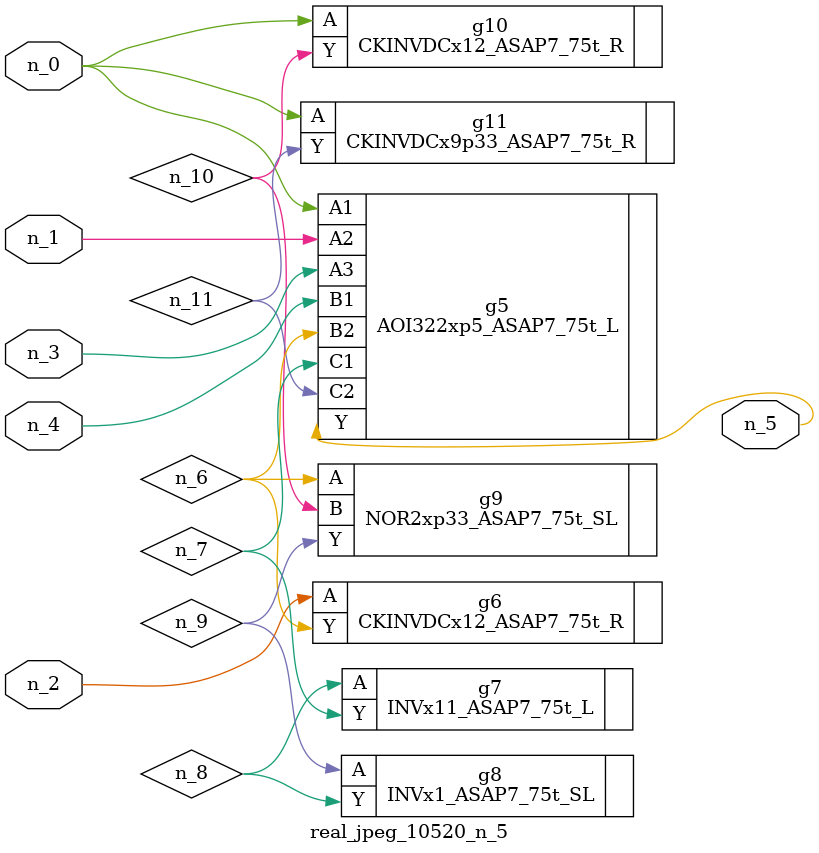
<source format=v>
module real_jpeg_10520_n_5 (n_4, n_0, n_1, n_2, n_3, n_5);

input n_4;
input n_0;
input n_1;
input n_2;
input n_3;

output n_5;

wire n_8;
wire n_11;
wire n_6;
wire n_7;
wire n_10;
wire n_9;

AOI322xp5_ASAP7_75t_L g5 ( 
.A1(n_0),
.A2(n_1),
.A3(n_3),
.B1(n_4),
.B2(n_6),
.C1(n_7),
.C2(n_11),
.Y(n_5)
);

CKINVDCx12_ASAP7_75t_R g10 ( 
.A(n_0),
.Y(n_10)
);

CKINVDCx9p33_ASAP7_75t_R g11 ( 
.A(n_0),
.Y(n_11)
);

CKINVDCx12_ASAP7_75t_R g6 ( 
.A(n_2),
.Y(n_6)
);

NOR2xp33_ASAP7_75t_SL g9 ( 
.A(n_6),
.B(n_10),
.Y(n_9)
);

INVx11_ASAP7_75t_L g7 ( 
.A(n_8),
.Y(n_7)
);

INVx1_ASAP7_75t_SL g8 ( 
.A(n_9),
.Y(n_8)
);


endmodule
</source>
